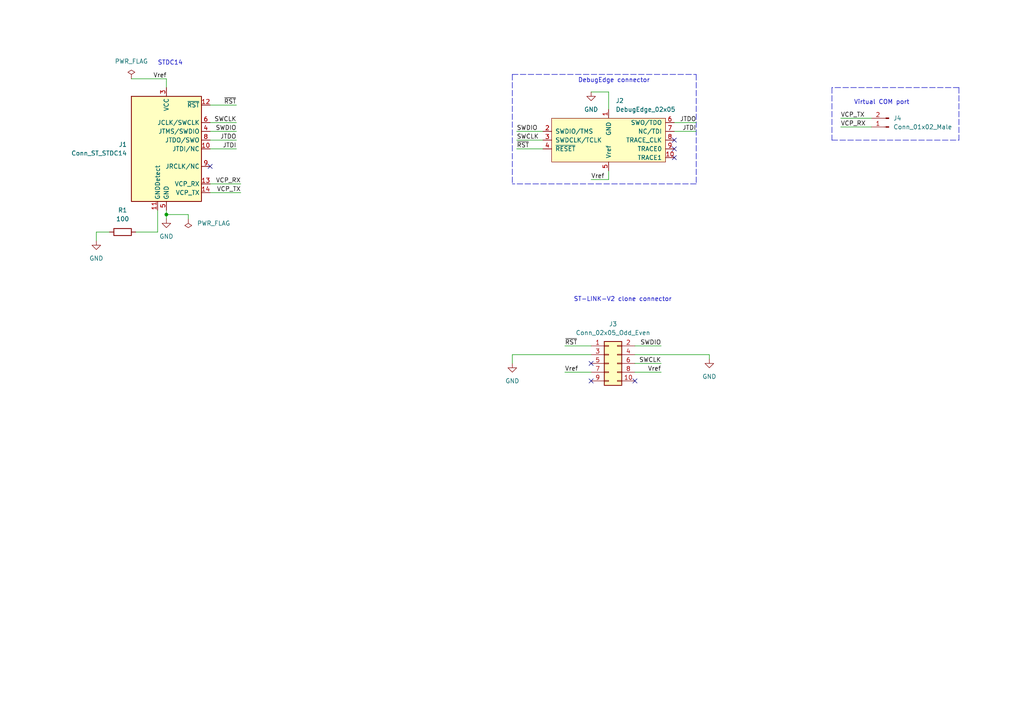
<source format=kicad_sch>
(kicad_sch (version 20211123) (generator eeschema)
  (paper "A4")
  (lib_symbols
    (symbol "Connector:Conn_01x02_Male" (pin_names (offset 1.016) hide)
      (property "Reference" "J" (at 0 2.54 0))
      (property "Value" "Conn_01x02_Male" (at 0 -5.08 0))
      (symbol "Conn_01x02_Male_1_1"
        (polyline (pts (xy 1.27 -2.54) (xy 0.8636 -2.54)) (stroke (width 0.1524)))
        (polyline (pts (xy 1.27 0) (xy 0.8636 0)) (stroke (width 0.1524)))
        (rectangle (start 0.8636 -2.413) (end 0 -2.667) (stroke (width 0.1524)) (fill (type outline)))
        (rectangle (start 0.8636 0.127) (end 0 -0.127) (stroke (width 0.1524)) (fill (type outline)))
        (pin passive line (at 5.08 0 180) (length 3.81) (name "Pin_1") (number "1"))
        (pin passive line (at 5.08 -2.54 180) (length 3.81) (name "Pin_2") (number "2"))
      )
    )
    (symbol "Connector:Conn_ST_STDC14"
      (property "Reference" "J" (at -8.89 16.51 0))
      (property "Value" "Conn_ST_STDC14" (at 17.78 16.51 0))
      (symbol "Conn_ST_STDC14_0_1"
        (rectangle (start -10.16 15.24) (end 10.16 -15.24) (stroke (width 0.254)) (fill (type background)))
      )
      (symbol "Conn_ST_STDC14_1_1"
        (pin no_connect line (at -10.16 5.08 0) (length 2.54) hide (name "NC") (number "1"))
        (pin output line (at 12.7 0 180) (length 2.54) (name "JTDI/NC") (number "10"))
        (pin passive line (at -2.54 -17.78 90) (length 2.54) (name "GNDDetect") (number "11"))
        (pin open_collector line (at 12.7 12.7 180) (length 2.54) (name "~{RST}") (number "12"))
        (pin output line (at 12.7 -10.16 180) (length 2.54) (name "VCP_RX") (number "13"))
        (pin input line (at 12.7 -12.7 180) (length 2.54) (name "VCP_TX") (number "14"))
        (pin no_connect line (at -10.16 2.54 0) (length 2.54) hide (name "NC") (number "2"))
        (pin power_in line (at 0 17.78 270) (length 2.54) (name "VCC") (number "3"))
        (pin bidirectional line (at 12.7 5.08 180) (length 2.54) (name "JTMS/SWDIO") (number "4"))
        (pin power_in line (at 0 -17.78 90) (length 2.54) (name "GND") (number "5"))
        (pin output line (at 12.7 7.62 180) (length 2.54) (name "JCLK/SWCLK") (number "6"))
        (pin passive line (at 0 -17.78 90) (length 2.54) hide (name "GND") (number "7"))
        (pin input line (at 12.7 2.54 180) (length 2.54) (name "JTDO/SWO") (number "8"))
        (pin input line (at 12.7 -5.08 180) (length 2.54) (name "JRCLK/NC") (number "9"))
      )
    )
    (symbol "Connector_Generic:Conn_02x05_Odd_Even" (pin_names (offset 1.016) hide)
      (property "Reference" "J" (at 1.27 7.62 0))
      (property "Value" "Conn_02x05_Odd_Even" (at 1.27 -7.62 0))
      (symbol "Conn_02x05_Odd_Even_1_1"
        (rectangle (start -1.27 -4.953) (end 0 -5.207) (stroke (width 0.1524)))
        (rectangle (start -1.27 -2.413) (end 0 -2.667) (stroke (width 0.1524)))
        (rectangle (start -1.27 0.127) (end 0 -0.127) (stroke (width 0.1524)))
        (rectangle (start -1.27 2.667) (end 0 2.413) (stroke (width 0.1524)))
        (rectangle (start -1.27 5.207) (end 0 4.953) (stroke (width 0.1524)))
        (rectangle (start -1.27 6.35) (end 3.81 -6.35) (stroke (width 0.254)) (fill (type background)))
        (rectangle (start 3.81 -4.953) (end 2.54 -5.207) (stroke (width 0.1524)))
        (rectangle (start 3.81 -2.413) (end 2.54 -2.667) (stroke (width 0.1524)))
        (rectangle (start 3.81 0.127) (end 2.54 -0.127) (stroke (width 0.1524)))
        (rectangle (start 3.81 2.667) (end 2.54 2.413) (stroke (width 0.1524)))
        (rectangle (start 3.81 5.207) (end 2.54 4.953) (stroke (width 0.1524)))
        (pin passive line (at -5.08 5.08 0) (length 3.81) (name "Pin_1") (number "1"))
        (pin passive line (at 7.62 -5.08 180) (length 3.81) (name "Pin_10") (number "10"))
        (pin passive line (at 7.62 5.08 180) (length 3.81) (name "Pin_2") (number "2"))
        (pin passive line (at -5.08 2.54 0) (length 3.81) (name "Pin_3") (number "3"))
        (pin passive line (at 7.62 2.54 180) (length 3.81) (name "Pin_4") (number "4"))
        (pin passive line (at -5.08 0 0) (length 3.81) (name "Pin_5") (number "5"))
        (pin passive line (at 7.62 0 180) (length 3.81) (name "Pin_6") (number "6"))
        (pin passive line (at -5.08 -2.54 0) (length 3.81) (name "Pin_7") (number "7"))
        (pin passive line (at 7.62 -2.54 180) (length 3.81) (name "Pin_8") (number "8"))
        (pin passive line (at -5.08 -5.08 0) (length 3.81) (name "Pin_9") (number "9"))
      )
    )
    (symbol "DebugEdge:DebugEdge_02x05" (pin_names (offset 1.016))
      (property "Reference" "J" (at -10.16 7.62 0))
      (property "Value" "DebugEdge_02x05" (at 11.43 7.62 0))
      (symbol "DebugEdge_02x05_0_1"
        (rectangle (start -16.51 6.35) (end 16.51 -6.35) (fill (type background)))
      )
      (symbol "DebugEdge_02x05_1_1"
        (pin power_in line (at 0 8.89 270) (length 2.54) (name "GND") (number "1"))
        (pin bidirectional line (at 19.05 -5.08 180) (length 2.54) (name "TRACE1") (number "10"))
        (pin bidirectional line (at -19.05 2.54 0) (length 2.54) (name "SWDIO/TMS") (number "2"))
        (pin bidirectional line (at -19.05 0 0) (length 2.54) (name "SWDCLK/TCLK") (number "3"))
        (pin bidirectional line (at -19.05 -2.54 0) (length 2.54) (name "~{RESET}") (number "4"))
        (pin power_in line (at 0 -8.89 90) (length 2.54) (name "Vref") (number "5"))
        (pin bidirectional line (at 19.05 5.08 180) (length 2.54) (name "SWO/TDO") (number "6"))
        (pin bidirectional line (at 19.05 2.54 180) (length 2.54) (name "NC/TDI") (number "7"))
        (pin bidirectional line (at 19.05 0 180) (length 2.54) (name "TRACE_CLK") (number "8"))
        (pin bidirectional line (at 19.05 -2.54 180) (length 2.54) (name "TRACE0") (number "9"))
      )
    )
    (symbol "Device:R" (pin_numbers hide) (pin_names (offset 0))
      (property "Reference" "R" (at 2.032 0 90))
      (property "Value" "R" (at 0 0 90))
      (symbol "R_0_1"
        (rectangle (start -1.016 -2.54) (end 1.016 2.54) (stroke (width 0.254)))
      )
      (symbol "R_1_1"
        (pin passive line (at 0 3.81 270) (length 1.27) (name "~") (number "1"))
        (pin passive line (at 0 -3.81 90) (length 1.27) (name "~") (number "2"))
      )
    )
    (symbol "power:GND" (power) (pin_names (offset 0))
      (property "Value" "GND" (at 0 -3.81 0))
      (symbol "GND_0_1"
        (polyline (pts (xy 0 0) (xy 0 -1.27) (xy 1.27 -1.27) (xy 0 -2.54) (xy -1.27 -1.27) (xy 0 -1.27)))
      )
      (symbol "GND_1_1"
        (pin power_in line (at 0 0 270) (length 0) hide (name "GND") (number "1"))
      )
    )
    (symbol "power:PWR_FLAG" (power) (pin_numbers hide) (pin_names (offset 0) hide)
      (property "Value" "PWR_FLAG" (at 0 3.81 0))
      (symbol "PWR_FLAG_0_0"
        (pin power_out line (at 0 0 90) (length 0) (name "pwr") (number "1"))
      )
      (symbol "PWR_FLAG_0_1"
        (polyline (pts (xy 0 0) (xy 0 1.27) (xy -1.016 1.905) (xy 0 2.54) (xy 1.016 1.905) (xy 0 1.27)))
      )
    )
  )
  (junction (at 48.26 62.23))
  (no_connect (at 171.45 105.41))
  (no_connect (at 195.58 45.72))
  (no_connect (at 195.58 40.64))
  (no_connect (at 195.58 43.18))
  (no_connect (at 184.15 110.49))
  (no_connect (at 171.45 110.49))
  (no_connect (at 60.96 48.26))
  (wire (pts (xy 48.26 60.96) (xy 48.26 62.23)))
  (wire (pts (xy 163.83 107.95) (xy 171.45 107.95)))
  (wire (pts (xy 171.45 52.07) (xy 176.53 52.07)))
  (wire (pts (xy 176.53 52.07) (xy 176.53 49.53)))
  (wire (pts (xy 39.37 67.31) (xy 45.72 67.31)))
  (polyline (pts (xy 148.59 21.59) (xy 201.93 21.59)))
  (wire (pts (xy 184.15 105.41) (xy 191.77 105.41)))
  (wire (pts (xy 184.15 100.33) (xy 191.77 100.33)))
  (wire (pts (xy 195.58 38.1) (xy 201.93 38.1)))
  (wire (pts (xy 48.26 22.86) (xy 48.26 25.4)))
  (wire (pts (xy 243.84 34.29) (xy 252.73 34.29)))
  (wire (pts (xy 149.86 43.18) (xy 157.48 43.18)))
  (wire (pts (xy 60.96 38.1) (xy 68.58 38.1)))
  (polyline (pts (xy 278.13 25.4) (xy 278.13 40.64)))
  (polyline (pts (xy 148.59 21.59) (xy 148.59 53.34)))
  (wire (pts (xy 205.74 102.87) (xy 184.15 102.87)))
  (wire (pts (xy 176.53 26.67) (xy 176.53 31.75)))
  (wire (pts (xy 27.94 67.31) (xy 31.75 67.31)))
  (polyline (pts (xy 201.93 21.59) (xy 201.93 53.34)))
  (wire (pts (xy 195.58 35.56) (xy 201.93 35.56)))
  (wire (pts (xy 60.96 53.34) (xy 69.85 53.34)))
  (wire (pts (xy 54.61 63.5) (xy 54.61 62.23)))
  (wire (pts (xy 45.72 67.31) (xy 45.72 60.96)))
  (wire (pts (xy 243.84 36.83) (xy 252.73 36.83)))
  (wire (pts (xy 184.15 107.95) (xy 191.77 107.95)))
  (wire (pts (xy 163.83 100.33) (xy 171.45 100.33)))
  (wire (pts (xy 60.96 55.88) (xy 69.85 55.88)))
  (wire (pts (xy 205.74 104.14) (xy 205.74 102.87)))
  (wire (pts (xy 38.1 22.86) (xy 48.26 22.86)))
  (polyline (pts (xy 278.13 25.4) (xy 241.3 25.4)))
  (wire (pts (xy 148.59 105.41) (xy 148.59 102.87)))
  (polyline (pts (xy 201.93 53.34) (xy 148.59 53.34)))
  (wire (pts (xy 60.96 40.64) (xy 68.58 40.64)))
  (wire (pts (xy 60.96 30.48) (xy 68.58 30.48)))
  (polyline (pts (xy 241.3 25.4) (xy 241.3 40.64)))
  (wire (pts (xy 149.86 40.64) (xy 157.48 40.64)))
  (wire (pts (xy 60.96 35.56) (xy 68.58 35.56)))
  (wire (pts (xy 148.59 102.87) (xy 171.45 102.87)))
  (polyline (pts (xy 241.3 40.64) (xy 278.13 40.64)))
  (wire (pts (xy 171.45 26.67) (xy 176.53 26.67)))
  (wire (pts (xy 60.96 43.18) (xy 68.58 43.18)))
  (wire (pts (xy 48.26 62.23) (xy 48.26 63.5)))
  (wire (pts (xy 27.94 69.85) (xy 27.94 67.31)))
  (wire (pts (xy 149.86 38.1) (xy 157.48 38.1)))
  (wire (pts (xy 48.26 62.23) (xy 54.61 62.23)))
  (text "ST-LINK-V2 clone connector" (at 166.37 87.63 0) (effects (font (size 1.27 1.27)) (justify left bottom)))
  (text "Virtual COM port" (at 247.65 30.48 0) (effects (font (size 1.27 1.27)) (justify left bottom)))
  (text "DebugEdge connector" (at 167.64 24.13 0) (effects (font (size 1.27 1.27)) (justify left bottom)))
  (text "STDC14" (at 45.72 19.05 0) (effects (font (size 1.27 1.27)) (justify left bottom)))
  (label "Vref" (at 191.77 107.95 180))
  (label "SWDIO" (at 68.58 38.1 180))
  (label "SWCLK" (at 68.58 35.56 180))
  (label "Vref" (at 44.45 22.86 0))
  (label "VCP_RX" (at 243.84 36.83 0))
  (label "VCP_RX" (at 69.85 53.34 180))
  (label "VCP_TX" (at 69.85 55.88 180))
  (label "JTDI" (at 201.93 38.1 180))
  (label "~{RST}" (at 149.86 43.18 0))
  (label "~{RST}" (at 68.58 30.48 180))
  (label "SWCLK" (at 149.86 40.64 0))
  (label "JTDI" (at 68.58 43.18 180))
  (label "SWDIO" (at 149.86 38.1 0))
  (label "JTDO" (at 68.58 40.64 180))
  (label "Vref" (at 163.83 107.95 0))
  (label "VCP_TX" (at 243.84 34.29 0))
  (label "SWDIO" (at 191.77 100.33 180))
  (label "Vref" (at 171.45 52.07 0))
  (label "SWCLK" (at 191.77 105.41 180))
  (label "JTDO" (at 201.93 35.56 180))
  (label "~{RST}" (at 163.83 100.33 0))
  (symbol (lib_id "Connector_Generic:Conn_02x05_Odd_Even") (at 176.53 105.41 0) (unit 1)
    (property "Reference" "J3" (at 177.8 93.98 0))
    (property "Value" "Conn_02x05_Odd_Even" (at 177.8 96.52 0))
    (property "Footprint" "Connector_IDC:IDC-Header_2x05_P2.54mm_Vertical" (effects hide))
  )
  (symbol (lib_id "DebugEdge:DebugEdge_02x05") (at 176.53 40.64 0) (unit 1)
    (property "Reference" "J2" (at 178.5494 29.21 0) (effects (justify left)))
    (property "Value" "DebugEdge_02x05" (at 178.5494 31.75 0) (effects (justify left)))
    (property "Footprint" "DebugEdge:DebugEdge_2x05_Host" (effects hide))
  )
  (symbol (lib_id "power:GND") (at 148.59 105.41 0) (unit 1)
    (property "Reference" "#PWR0104" (effects hide))
    (property "Value" "GND" (at 148.59 110.49 0))
  )
  (symbol (lib_id "Connector:Conn_ST_STDC14") (at 48.26 43.18 0) (unit 1)
    (property "Reference" "J1" (at 36.83 41.9099 0) (effects (justify right)))
    (property "Value" "Conn_ST_STDC14" (at 36.83 44.4499 0) (effects (justify right)))
    (property "Footprint" "stdc14:cnc_tech_3221-14-0100-00" (effects hide))
    (property "Datasheet" "https://www.st.com/content/ccc/resource/technical/document/user_manual/group1/99/49/91/b6/b2/3a/46/e5/DM00526767/files/DM00526767.pdf/jcr:content/translations/en.DM00526767.pdf" (effects hide))
  )
  (symbol (lib_id "Connector:Conn_01x02_Male") (at 257.81 36.83 180) (unit 1)
    (property "Reference" "J4" (at 259.08 34.2899 0) (effects (justify right)))
    (property "Value" "Conn_01x02_Male" (at 259.08 36.8299 0) (effects (justify right)))
    (property "Footprint" "Connector_PinHeader_2.54mm:PinHeader_1x02_P2.54mm_Vertical" (effects hide))
  )
  (symbol (lib_id "power:GND") (at 27.94 69.85 0) (unit 1)
    (property "Reference" "#PWR0102" (effects hide))
    (property "Value" "GND" (at 27.94 74.93 0))
  )
  (symbol (lib_id "power:GND") (at 171.45 26.67 0) (unit 1)
    (property "Reference" "#PWR0103" (effects hide))
    (property "Value" "GND" (at 171.45 31.75 0))
  )
  (symbol (lib_id "power:PWR_FLAG") (at 54.61 63.5 180) (unit 1)
    (property "Reference" "#FLG0101" (effects hide))
    (property "Value" "PWR_FLAG" (at 57.15 64.7699 0) (effects (justify right)))
  )
  (symbol (lib_id "power:GND") (at 48.26 63.5 0) (unit 1)
    (property "Reference" "#PWR0101" (effects hide))
    (property "Value" "GND" (at 48.26 68.58 0))
  )
  (symbol (lib_id "Device:R") (at 35.56 67.31 90) (unit 1)
    (property "Reference" "R1" (at 35.56 60.96 90))
    (property "Value" "100" (at 35.56 63.5 90))
    (property "Footprint" "Resistor_SMD:R_0805_2012Metric_Pad1.20x1.40mm_HandSolder" (effects hide))
  )
  (symbol (lib_id "power:GND") (at 205.74 104.14 0) (unit 1)
    (property "Reference" "#PWR0105" (effects hide))
    (property "Value" "GND" (at 205.74 109.22 0))
  )
  (symbol (lib_id "power:PWR_FLAG") (at 38.1 22.86 0) (unit 1)
    (property "Reference" "#FLG0102" (effects hide))
    (property "Value" "PWR_FLAG" (at 38.1 17.78 0))
  )
)
</source>
